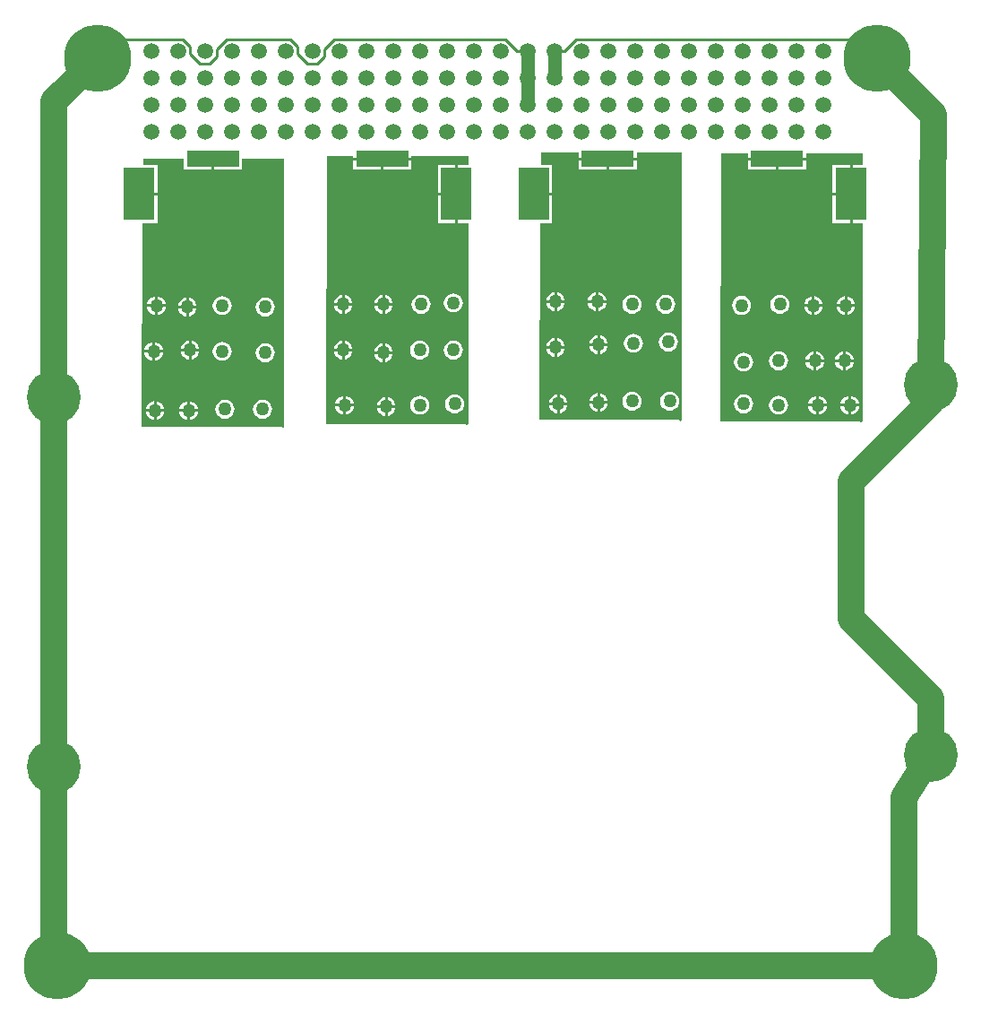
<source format=gtl>
%FSLAX44Y44*%
%MOMM*%
G71*
G01*
G75*
G04 Layer_Physical_Order=1*
G04 Layer_Color=255*
%ADD10R,5.0000X1.5000*%
%ADD11R,3.0000X5.0000*%
%ADD12C,0.2540*%
%ADD13C,1.2700*%
%ADD14C,2.5400*%
%ADD15C,6.3500*%
%ADD16C,5.0800*%
%ADD17C,1.5000*%
%ADD18C,1.2700*%
G36*
X430530Y807320D02*
X420650D01*
Y779780D01*
Y752240D01*
X430530D01*
Y562610D01*
X429260Y561340D01*
X427990Y562610D01*
X296810D01*
X295914Y563510D01*
X297180Y815340D01*
X321840D01*
Y814050D01*
X376920D01*
Y815340D01*
X430530D01*
Y807320D01*
D02*
G37*
G36*
X256540Y560070D02*
X255270Y558800D01*
X254000Y560070D01*
X122820D01*
X121924Y560970D01*
X122886Y752240D01*
X136920D01*
Y778510D01*
X119380D01*
Y781050D01*
X136920D01*
Y807320D01*
X124063D01*
X123167Y808220D01*
X123190Y812800D01*
X161840D01*
Y802740D01*
X188110D01*
Y812780D01*
X190650D01*
Y802740D01*
X216920D01*
Y812800D01*
X256540D01*
Y560070D01*
D02*
G37*
G36*
X803273Y807320D02*
X793750D01*
Y779780D01*
Y752240D01*
X803273D01*
Y565335D01*
X802003Y564065D01*
X800733Y565335D01*
X669553D01*
X668657Y566235D01*
X669923Y818065D01*
X694940D01*
Y814050D01*
X750020D01*
Y818065D01*
X803273D01*
Y807320D01*
D02*
G37*
G36*
X632460Y566420D02*
X631190Y565150D01*
X629920Y566420D01*
X498740D01*
X497845Y567320D01*
X498774Y752240D01*
X510020D01*
Y778510D01*
X492480D01*
Y781050D01*
X510020D01*
Y807320D01*
X499951D01*
X499055Y808220D01*
X499110Y819150D01*
X534940D01*
Y814050D01*
X590020D01*
Y819150D01*
X632460D01*
Y566420D01*
D02*
G37*
%LPC*%
G36*
X766990Y621030D02*
X759460D01*
Y613501D01*
X760511Y613639D01*
X762673Y614535D01*
X764530Y615960D01*
X765955Y617817D01*
X766851Y619979D01*
X766990Y621030D01*
D02*
G37*
G36*
X723900Y631267D02*
X721579Y630961D01*
X719417Y630065D01*
X717560Y628640D01*
X716135Y626783D01*
X715239Y624621D01*
X714933Y622300D01*
X715239Y619979D01*
X716135Y617817D01*
X717560Y615960D01*
X719417Y614535D01*
X721579Y613639D01*
X723900Y613333D01*
X726221Y613639D01*
X728383Y614535D01*
X730240Y615960D01*
X731665Y617817D01*
X732561Y619979D01*
X732867Y622300D01*
X732561Y624621D01*
X731665Y626783D01*
X730240Y628640D01*
X728383Y630065D01*
X726221Y630961D01*
X723900Y631267D01*
D02*
G37*
G36*
X756920Y621030D02*
X749390D01*
X749529Y619979D01*
X750425Y617817D01*
X751850Y615960D01*
X753707Y614535D01*
X755869Y613639D01*
X756920Y613501D01*
Y621030D01*
D02*
G37*
G36*
X784860D02*
X777330D01*
X777469Y619979D01*
X778365Y617817D01*
X779790Y615960D01*
X781647Y614535D01*
X783809Y613639D01*
X784860Y613501D01*
Y621030D01*
D02*
G37*
G36*
X349250Y628650D02*
X341721D01*
X341859Y627599D01*
X342755Y625437D01*
X344180Y623580D01*
X346037Y622155D01*
X348199Y621259D01*
X349250Y621120D01*
Y628650D01*
D02*
G37*
G36*
X359319D02*
X351790D01*
Y621120D01*
X352841Y621259D01*
X355003Y622155D01*
X356860Y623580D01*
X358285Y625437D01*
X359181Y627599D01*
X359319Y628650D01*
D02*
G37*
G36*
X794930Y621030D02*
X787400D01*
Y613501D01*
X788451Y613639D01*
X790613Y614535D01*
X792470Y615960D01*
X793895Y617817D01*
X794791Y619979D01*
X794930Y621030D01*
D02*
G37*
G36*
X238760Y638887D02*
X236439Y638581D01*
X234277Y637685D01*
X232420Y636260D01*
X230995Y634403D01*
X230099Y632241D01*
X229793Y629920D01*
X230099Y627599D01*
X230995Y625437D01*
X232420Y623580D01*
X234277Y622155D01*
X236439Y621259D01*
X238760Y620953D01*
X241081Y621259D01*
X243243Y622155D01*
X245100Y623580D01*
X246525Y625437D01*
X247421Y627599D01*
X247727Y629920D01*
X247421Y632241D01*
X246525Y634403D01*
X245100Y636260D01*
X243243Y637685D01*
X241081Y638581D01*
X238760Y638887D01*
D02*
G37*
G36*
X792480Y589189D02*
Y581660D01*
X800010D01*
X799871Y582711D01*
X798975Y584873D01*
X797550Y586730D01*
X795693Y588155D01*
X793531Y589051D01*
X792480Y589189D01*
D02*
G37*
G36*
X514350Y590460D02*
X513299Y590321D01*
X511137Y589425D01*
X509280Y588000D01*
X507855Y586143D01*
X506959Y583981D01*
X506820Y582930D01*
X514350D01*
Y590460D01*
D02*
G37*
G36*
X762000Y589189D02*
Y581660D01*
X769529D01*
X769391Y582711D01*
X768495Y584873D01*
X767070Y586730D01*
X765213Y588155D01*
X763051Y589051D01*
X762000Y589189D01*
D02*
G37*
G36*
X789940D02*
X788889Y589051D01*
X786727Y588155D01*
X784870Y586730D01*
X783445Y584873D01*
X782549Y582711D01*
X782411Y581660D01*
X789940D01*
Y589189D01*
D02*
G37*
G36*
X554990Y591730D02*
Y584200D01*
X562519D01*
X562381Y585251D01*
X561485Y587413D01*
X560060Y589270D01*
X558203Y590695D01*
X556041Y591591D01*
X554990Y591730D01*
D02*
G37*
G36*
X690880Y629997D02*
X688559Y629691D01*
X686397Y628795D01*
X684540Y627370D01*
X683115Y625513D01*
X682219Y623351D01*
X681913Y621030D01*
X682219Y618709D01*
X683115Y616547D01*
X684540Y614690D01*
X686397Y613265D01*
X688559Y612369D01*
X690880Y612063D01*
X693201Y612369D01*
X695363Y613265D01*
X697220Y614690D01*
X698645Y616547D01*
X699541Y618709D01*
X699847Y621030D01*
X699541Y623351D01*
X698645Y625513D01*
X697220Y627370D01*
X695363Y628795D01*
X693201Y629691D01*
X690880Y629997D01*
D02*
G37*
G36*
X516890Y590460D02*
Y582930D01*
X524420D01*
X524281Y583981D01*
X523385Y586143D01*
X521960Y588000D01*
X520103Y589425D01*
X517941Y590321D01*
X516890Y590460D01*
D02*
G37*
G36*
X552450Y591730D02*
X551399Y591591D01*
X549237Y590695D01*
X547380Y589270D01*
X545955Y587413D01*
X545059Y585251D01*
X544921Y584200D01*
X552450D01*
Y591730D01*
D02*
G37*
G36*
X176439Y631190D02*
X168910D01*
Y623661D01*
X169961Y623799D01*
X172123Y624695D01*
X173980Y626120D01*
X175405Y627977D01*
X176301Y630139D01*
X176439Y631190D01*
D02*
G37*
G36*
X311150D02*
X303620D01*
X303759Y630139D01*
X304655Y627977D01*
X306080Y626120D01*
X307937Y624695D01*
X310099Y623799D01*
X311150Y623661D01*
Y631190D01*
D02*
G37*
G36*
X787400Y631100D02*
Y623570D01*
X794930D01*
X794791Y624621D01*
X793895Y626783D01*
X792470Y628640D01*
X790613Y630065D01*
X788451Y630961D01*
X787400Y631100D01*
D02*
G37*
G36*
X166370Y631190D02*
X158841D01*
X158979Y630139D01*
X159875Y627977D01*
X161300Y626120D01*
X163157Y624695D01*
X165319Y623799D01*
X166370Y623661D01*
Y631190D01*
D02*
G37*
G36*
X521880Y633730D02*
X514350D01*
Y626200D01*
X515401Y626339D01*
X517563Y627235D01*
X519420Y628660D01*
X520845Y630517D01*
X521741Y632679D01*
X521880Y633730D01*
D02*
G37*
G36*
X552450Y636270D02*
X544921D01*
X545059Y635219D01*
X545955Y633057D01*
X547380Y631200D01*
X549237Y629775D01*
X551399Y628879D01*
X552450Y628741D01*
Y636270D01*
D02*
G37*
G36*
X321219Y631190D02*
X313690D01*
Y623661D01*
X314741Y623799D01*
X316903Y624695D01*
X318760Y626120D01*
X320185Y627977D01*
X321081Y630139D01*
X321219Y631190D01*
D02*
G37*
G36*
X511810Y633730D02*
X504281D01*
X504419Y632679D01*
X505315Y630517D01*
X506740Y628660D01*
X508597Y627235D01*
X510759Y626339D01*
X511810Y626200D01*
Y633730D01*
D02*
G37*
G36*
X142149Y629920D02*
X134620D01*
Y622391D01*
X135671Y622529D01*
X137833Y623425D01*
X139690Y624850D01*
X141115Y626707D01*
X142011Y628869D01*
X142149Y629920D01*
D02*
G37*
G36*
X384810Y641427D02*
X382489Y641121D01*
X380327Y640225D01*
X378470Y638800D01*
X377045Y636943D01*
X376149Y634781D01*
X375843Y632460D01*
X376149Y630139D01*
X377045Y627977D01*
X378470Y626120D01*
X380327Y624695D01*
X382489Y623799D01*
X384810Y623493D01*
X387131Y623799D01*
X389293Y624695D01*
X391150Y626120D01*
X392575Y627977D01*
X393471Y630139D01*
X393777Y632460D01*
X393471Y634781D01*
X392575Y636943D01*
X391150Y638800D01*
X389293Y640225D01*
X387131Y641121D01*
X384810Y641427D01*
D02*
G37*
G36*
X198120Y640157D02*
X195799Y639851D01*
X193637Y638955D01*
X191780Y637530D01*
X190355Y635673D01*
X189459Y633511D01*
X189153Y631190D01*
X189459Y628869D01*
X190355Y626707D01*
X191780Y624850D01*
X193637Y623425D01*
X195799Y622529D01*
X198120Y622223D01*
X200441Y622529D01*
X202603Y623425D01*
X204460Y624850D01*
X205885Y626707D01*
X206781Y628869D01*
X207087Y631190D01*
X206781Y633511D01*
X205885Y635673D01*
X204460Y637530D01*
X202603Y638955D01*
X200441Y639851D01*
X198120Y640157D01*
D02*
G37*
G36*
X132080Y629920D02*
X124551D01*
X124689Y628869D01*
X125585Y626707D01*
X127010Y624850D01*
X128867Y623425D01*
X131029Y622529D01*
X132080Y622391D01*
Y629920D01*
D02*
G37*
G36*
X759460Y631100D02*
Y623570D01*
X766990D01*
X766851Y624621D01*
X765955Y626783D01*
X764530Y628640D01*
X762673Y630065D01*
X760511Y630961D01*
X759460Y631100D01*
D02*
G37*
G36*
X784860D02*
X783809Y630961D01*
X781647Y630065D01*
X779790Y628640D01*
X778365Y626783D01*
X777469Y624621D01*
X777330Y623570D01*
X784860D01*
Y631100D01*
D02*
G37*
G36*
X416560Y641427D02*
X414239Y641121D01*
X412077Y640225D01*
X410220Y638800D01*
X408795Y636943D01*
X407899Y634781D01*
X407593Y632460D01*
X407899Y630139D01*
X408795Y627977D01*
X410220Y626120D01*
X412077Y624695D01*
X414239Y623799D01*
X416560Y623493D01*
X418881Y623799D01*
X421043Y624695D01*
X422900Y626120D01*
X424325Y627977D01*
X425221Y630139D01*
X425527Y632460D01*
X425221Y634781D01*
X424325Y636943D01*
X422900Y638800D01*
X421043Y640225D01*
X418881Y641121D01*
X416560Y641427D01*
D02*
G37*
G36*
X756920Y631100D02*
X755869Y630961D01*
X753707Y630065D01*
X751850Y628640D01*
X750425Y626783D01*
X749529Y624621D01*
X749390Y623570D01*
X756920D01*
Y631100D01*
D02*
G37*
G36*
X759460Y589189D02*
X758409Y589051D01*
X756247Y588155D01*
X754390Y586730D01*
X752965Y584873D01*
X752069Y582711D01*
X751930Y581660D01*
X759460D01*
Y589189D01*
D02*
G37*
G36*
X312420Y579120D02*
X304890D01*
X305029Y578069D01*
X305925Y575907D01*
X307350Y574050D01*
X309207Y572625D01*
X311369Y571729D01*
X312420Y571590D01*
Y579120D01*
D02*
G37*
G36*
X322490D02*
X314960D01*
Y571590D01*
X316011Y571729D01*
X318173Y572625D01*
X320030Y574050D01*
X321455Y575907D01*
X322351Y578069D01*
X322490Y579120D01*
D02*
G37*
G36*
X384810Y589357D02*
X382489Y589051D01*
X380327Y588155D01*
X378470Y586730D01*
X377045Y584873D01*
X376149Y582711D01*
X375843Y580390D01*
X376149Y578069D01*
X377045Y575907D01*
X378470Y574050D01*
X380327Y572625D01*
X382489Y571729D01*
X384810Y571423D01*
X387131Y571729D01*
X389293Y572625D01*
X391150Y574050D01*
X392575Y575907D01*
X393471Y578069D01*
X393777Y580390D01*
X393471Y582711D01*
X392575Y584873D01*
X391150Y586730D01*
X389293Y588155D01*
X387131Y589051D01*
X384810Y589357D01*
D02*
G37*
G36*
X723900D02*
X721579Y589051D01*
X719417Y588155D01*
X717560Y586730D01*
X716135Y584873D01*
X715239Y582711D01*
X714933Y580390D01*
X715239Y578069D01*
X716135Y575907D01*
X717560Y574050D01*
X719417Y572625D01*
X721579Y571729D01*
X723900Y571423D01*
X726221Y571729D01*
X728383Y572625D01*
X730240Y574050D01*
X731665Y575907D01*
X732561Y578069D01*
X732867Y580390D01*
X732561Y582711D01*
X731665Y584873D01*
X730240Y586730D01*
X728383Y588155D01*
X726221Y589051D01*
X723900Y589357D01*
D02*
G37*
G36*
X789940Y579120D02*
X782411D01*
X782549Y578069D01*
X783445Y575907D01*
X784870Y574050D01*
X786727Y572625D01*
X788889Y571729D01*
X789940Y571590D01*
Y579120D01*
D02*
G37*
G36*
X800010D02*
X792480D01*
Y571590D01*
X793531Y571729D01*
X795693Y572625D01*
X797550Y574050D01*
X798975Y575907D01*
X799871Y578069D01*
X800010Y579120D01*
D02*
G37*
G36*
X759460D02*
X751930D01*
X752069Y578069D01*
X752965Y575907D01*
X754390Y574050D01*
X756247Y572625D01*
X758409Y571729D01*
X759460Y571590D01*
Y579120D01*
D02*
G37*
G36*
X769529D02*
X762000D01*
Y571590D01*
X763051Y571729D01*
X765213Y572625D01*
X767070Y574050D01*
X768495Y575907D01*
X769391Y578069D01*
X769529Y579120D01*
D02*
G37*
G36*
X165100Y574040D02*
X157570D01*
X157709Y572989D01*
X158605Y570827D01*
X160030Y568970D01*
X161887Y567545D01*
X164049Y566649D01*
X165100Y566511D01*
Y574040D01*
D02*
G37*
G36*
X175170D02*
X167640D01*
Y566511D01*
X168691Y566649D01*
X170853Y567545D01*
X172710Y568970D01*
X174135Y570827D01*
X175031Y572989D01*
X175170Y574040D01*
D02*
G37*
G36*
X133350D02*
X125821D01*
X125959Y572989D01*
X126855Y570827D01*
X128280Y568970D01*
X130137Y567545D01*
X132299Y566649D01*
X133350Y566511D01*
Y574040D01*
D02*
G37*
G36*
X143420D02*
X135890D01*
Y566511D01*
X136941Y566649D01*
X139103Y567545D01*
X140960Y568970D01*
X142385Y570827D01*
X143281Y572989D01*
X143420Y574040D01*
D02*
G37*
G36*
X351790Y577850D02*
X344260D01*
X344399Y576799D01*
X345295Y574637D01*
X346720Y572780D01*
X348577Y571355D01*
X350739Y570459D01*
X351790Y570321D01*
Y577850D01*
D02*
G37*
G36*
X361860D02*
X354330D01*
Y570321D01*
X355381Y570459D01*
X357543Y571355D01*
X359400Y572780D01*
X360825Y574637D01*
X361721Y576799D01*
X361860Y577850D01*
D02*
G37*
G36*
X200660Y585547D02*
X198339Y585241D01*
X196177Y584345D01*
X194320Y582920D01*
X192895Y581063D01*
X191999Y578901D01*
X191693Y576580D01*
X191999Y574259D01*
X192895Y572097D01*
X194320Y570240D01*
X196177Y568815D01*
X198339Y567919D01*
X200660Y567613D01*
X202981Y567919D01*
X205143Y568815D01*
X207000Y570240D01*
X208425Y572097D01*
X209321Y574259D01*
X209627Y576580D01*
X209321Y578901D01*
X208425Y581063D01*
X207000Y582920D01*
X205143Y584345D01*
X202981Y585241D01*
X200660Y585547D01*
D02*
G37*
G36*
X236220D02*
X233899Y585241D01*
X231737Y584345D01*
X229880Y582920D01*
X228455Y581063D01*
X227559Y578901D01*
X227253Y576580D01*
X227559Y574259D01*
X228455Y572097D01*
X229880Y570240D01*
X231737Y568815D01*
X233899Y567919D01*
X236220Y567613D01*
X238541Y567919D01*
X240703Y568815D01*
X242560Y570240D01*
X243985Y572097D01*
X244881Y574259D01*
X245187Y576580D01*
X244881Y578901D01*
X243985Y581063D01*
X242560Y582920D01*
X240703Y584345D01*
X238541Y585241D01*
X236220Y585547D01*
D02*
G37*
G36*
X165100Y584109D02*
X164049Y583971D01*
X161887Y583075D01*
X160030Y581650D01*
X158605Y579793D01*
X157709Y577631D01*
X157570Y576580D01*
X165100D01*
Y584109D01*
D02*
G37*
G36*
X167640D02*
Y576580D01*
X175170D01*
X175031Y577631D01*
X174135Y579793D01*
X172710Y581650D01*
X170853Y583075D01*
X168691Y583971D01*
X167640Y584109D01*
D02*
G37*
G36*
X133350D02*
X132299Y583971D01*
X130137Y583075D01*
X128280Y581650D01*
X126855Y579793D01*
X125959Y577631D01*
X125821Y576580D01*
X133350D01*
Y584109D01*
D02*
G37*
G36*
X135890D02*
Y576580D01*
X143420D01*
X143281Y577631D01*
X142385Y579793D01*
X140960Y581650D01*
X139103Y583075D01*
X136941Y583971D01*
X135890Y584109D01*
D02*
G37*
G36*
X312420Y589189D02*
X311369Y589051D01*
X309207Y588155D01*
X307350Y586730D01*
X305925Y584873D01*
X305029Y582711D01*
X304890Y581660D01*
X312420D01*
Y589189D01*
D02*
G37*
G36*
X314960D02*
Y581660D01*
X322490D01*
X322351Y582711D01*
X321455Y584873D01*
X320030Y586730D01*
X318173Y588155D01*
X316011Y589051D01*
X314960Y589189D01*
D02*
G37*
G36*
X351790Y587920D02*
X350739Y587781D01*
X348577Y586885D01*
X346720Y585460D01*
X345295Y583603D01*
X344399Y581441D01*
X344260Y580390D01*
X351790D01*
Y587920D01*
D02*
G37*
G36*
X354330D02*
Y580390D01*
X361860D01*
X361721Y581441D01*
X360825Y583603D01*
X359400Y585460D01*
X357543Y586885D01*
X355381Y587781D01*
X354330Y587920D01*
D02*
G37*
G36*
X514350Y580390D02*
X506820D01*
X506959Y579339D01*
X507855Y577177D01*
X509280Y575320D01*
X511137Y573895D01*
X513299Y572999D01*
X514350Y572860D01*
Y580390D01*
D02*
G37*
G36*
X524420D02*
X516890D01*
Y572860D01*
X517941Y572999D01*
X520103Y573895D01*
X521960Y575320D01*
X523385Y577177D01*
X524281Y579339D01*
X524420Y580390D01*
D02*
G37*
G36*
X417830Y590627D02*
X415509Y590321D01*
X413347Y589425D01*
X411490Y588000D01*
X410065Y586143D01*
X409169Y583981D01*
X408863Y581660D01*
X409169Y579339D01*
X410065Y577177D01*
X411490Y575320D01*
X413347Y573895D01*
X415509Y572999D01*
X417830Y572693D01*
X420151Y572999D01*
X422313Y573895D01*
X424170Y575320D01*
X425595Y577177D01*
X426491Y579339D01*
X426797Y581660D01*
X426491Y583981D01*
X425595Y586143D01*
X424170Y588000D01*
X422313Y589425D01*
X420151Y590321D01*
X417830Y590627D01*
D02*
G37*
G36*
X690880D02*
X688559Y590321D01*
X686397Y589425D01*
X684540Y588000D01*
X683115Y586143D01*
X682219Y583981D01*
X681913Y581660D01*
X682219Y579339D01*
X683115Y577177D01*
X684540Y575320D01*
X686397Y573895D01*
X688559Y572999D01*
X690880Y572693D01*
X693201Y572999D01*
X695363Y573895D01*
X697220Y575320D01*
X698645Y577177D01*
X699541Y579339D01*
X699847Y581660D01*
X699541Y583981D01*
X698645Y586143D01*
X697220Y588000D01*
X695363Y589425D01*
X693201Y590321D01*
X690880Y590627D01*
D02*
G37*
G36*
X585470Y593167D02*
X583149Y592861D01*
X580987Y591965D01*
X579130Y590540D01*
X577705Y588683D01*
X576809Y586521D01*
X576503Y584200D01*
X576809Y581879D01*
X577705Y579717D01*
X579130Y577860D01*
X580987Y576435D01*
X583149Y575539D01*
X585470Y575233D01*
X587791Y575539D01*
X589953Y576435D01*
X591810Y577860D01*
X593235Y579717D01*
X594131Y581879D01*
X594437Y584200D01*
X594131Y586521D01*
X593235Y588683D01*
X591810Y590540D01*
X589953Y591965D01*
X587791Y592861D01*
X585470Y593167D01*
D02*
G37*
G36*
X621030D02*
X618709Y592861D01*
X616547Y591965D01*
X614690Y590540D01*
X613265Y588683D01*
X612369Y586521D01*
X612063Y584200D01*
X612369Y581879D01*
X613265Y579717D01*
X614690Y577860D01*
X616547Y576435D01*
X618709Y575539D01*
X621030Y575233D01*
X623351Y575539D01*
X625513Y576435D01*
X627370Y577860D01*
X628795Y579717D01*
X629691Y581879D01*
X629997Y584200D01*
X629691Y586521D01*
X628795Y588683D01*
X627370Y590540D01*
X625513Y591965D01*
X623351Y592861D01*
X621030Y593167D01*
D02*
G37*
G36*
X552450Y581660D02*
X544921D01*
X545059Y580609D01*
X545955Y578447D01*
X547380Y576590D01*
X549237Y575165D01*
X551399Y574269D01*
X552450Y574131D01*
Y581660D01*
D02*
G37*
G36*
X562519D02*
X554990D01*
Y574131D01*
X556041Y574269D01*
X558203Y575165D01*
X560060Y576590D01*
X561485Y578447D01*
X562381Y580609D01*
X562519Y581660D01*
D02*
G37*
G36*
X755559Y683169D02*
X754509Y683031D01*
X752346Y682135D01*
X750489Y680710D01*
X749064Y678853D01*
X748168Y676691D01*
X748030Y675640D01*
X755559D01*
Y683169D01*
D02*
G37*
G36*
X758100D02*
Y675640D01*
X765629D01*
X765491Y676691D01*
X764595Y678853D01*
X763170Y680710D01*
X761313Y682135D01*
X759150Y683031D01*
X758100Y683169D01*
D02*
G37*
G36*
X134620D02*
X133569Y683031D01*
X131407Y682135D01*
X129550Y680710D01*
X128125Y678853D01*
X127229Y676691D01*
X127091Y675640D01*
X134620D01*
Y683169D01*
D02*
G37*
G36*
X137160D02*
Y675640D01*
X144690D01*
X144551Y676691D01*
X143655Y678853D01*
X142230Y680710D01*
X140373Y682135D01*
X138211Y683031D01*
X137160Y683169D01*
D02*
G37*
G36*
X311150Y684439D02*
X310099Y684301D01*
X307937Y683405D01*
X306080Y681980D01*
X304655Y680123D01*
X303759Y677961D01*
X303620Y676910D01*
X311150D01*
Y684439D01*
D02*
G37*
G36*
X313690D02*
Y676910D01*
X321219D01*
X321081Y677961D01*
X320185Y680123D01*
X318760Y681980D01*
X316903Y683405D01*
X314741Y684301D01*
X313690Y684439D01*
D02*
G37*
G36*
X786130Y683169D02*
X785079Y683031D01*
X782917Y682135D01*
X781060Y680710D01*
X779635Y678853D01*
X778739Y676691D01*
X778600Y675640D01*
X786130D01*
Y683169D01*
D02*
G37*
G36*
X788670D02*
Y675640D01*
X796199D01*
X796061Y676691D01*
X795165Y678853D01*
X793740Y680710D01*
X791883Y682135D01*
X789721Y683031D01*
X788670Y683169D01*
D02*
G37*
G36*
X511810Y676910D02*
X504281D01*
X504419Y675859D01*
X505315Y673697D01*
X506740Y671840D01*
X508597Y670415D01*
X510759Y669519D01*
X511810Y669380D01*
Y676910D01*
D02*
G37*
G36*
X521880D02*
X514350D01*
Y669380D01*
X515401Y669519D01*
X517563Y670415D01*
X519420Y671840D01*
X520845Y673697D01*
X521741Y675859D01*
X521880Y676910D01*
D02*
G37*
G36*
X359319Y674370D02*
X351790D01*
Y666841D01*
X352841Y666979D01*
X355003Y667875D01*
X356860Y669300D01*
X358285Y671157D01*
X359181Y673319D01*
X359319Y674370D01*
D02*
G37*
G36*
X416560Y685877D02*
X414239Y685571D01*
X412077Y684675D01*
X410220Y683250D01*
X408795Y681393D01*
X407899Y679231D01*
X407593Y676910D01*
X407899Y674589D01*
X408795Y672427D01*
X410220Y670570D01*
X412077Y669145D01*
X414239Y668249D01*
X416560Y667943D01*
X418881Y668249D01*
X421043Y669145D01*
X422900Y670570D01*
X424325Y672427D01*
X425221Y674589D01*
X425527Y676910D01*
X425221Y679231D01*
X424325Y681393D01*
X422900Y683250D01*
X421043Y684675D01*
X418881Y685571D01*
X416560Y685877D01*
D02*
G37*
G36*
X163830Y681899D02*
X162779Y681761D01*
X160617Y680865D01*
X158760Y679440D01*
X157335Y677583D01*
X156439Y675421D01*
X156300Y674370D01*
X163830D01*
Y681899D01*
D02*
G37*
G36*
X166370D02*
Y674370D01*
X173899D01*
X173761Y675421D01*
X172865Y677583D01*
X171440Y679440D01*
X169583Y680865D01*
X167421Y681761D01*
X166370Y681899D01*
D02*
G37*
G36*
X551180Y676910D02*
X543651D01*
X543789Y675859D01*
X544685Y673697D01*
X546110Y671840D01*
X547967Y670415D01*
X550129Y669519D01*
X551180Y669380D01*
Y676910D01*
D02*
G37*
G36*
X561250D02*
X553720D01*
Y669380D01*
X554771Y669519D01*
X556933Y670415D01*
X558790Y671840D01*
X560215Y673697D01*
X561111Y675859D01*
X561250Y676910D01*
D02*
G37*
G36*
X348110Y811510D02*
X321840D01*
Y802740D01*
X348110D01*
Y811510D01*
D02*
G37*
G36*
X376920D02*
X350650D01*
Y802740D01*
X376920D01*
Y811510D01*
D02*
G37*
G36*
X418110Y807320D02*
X401840D01*
Y781050D01*
X418110D01*
Y807320D01*
D02*
G37*
G36*
X791210D02*
X774940D01*
Y781050D01*
X791210D01*
Y807320D01*
D02*
G37*
G36*
X721210Y811510D02*
X694940D01*
Y802740D01*
X721210D01*
Y811510D01*
D02*
G37*
G36*
X750020D02*
X723750D01*
Y802740D01*
X750020D01*
Y811510D01*
D02*
G37*
G36*
X561210D02*
X534940D01*
Y802740D01*
X561210D01*
Y811510D01*
D02*
G37*
G36*
X590020D02*
X563750D01*
Y802740D01*
X590020D01*
Y811510D01*
D02*
G37*
G36*
X511810Y686980D02*
X510759Y686841D01*
X508597Y685945D01*
X506740Y684520D01*
X505315Y682663D01*
X504419Y680501D01*
X504281Y679450D01*
X511810D01*
Y686980D01*
D02*
G37*
G36*
X514350D02*
Y679450D01*
X521880D01*
X521741Y680501D01*
X520845Y682663D01*
X519420Y684520D01*
X517563Y685945D01*
X515401Y686841D01*
X514350Y686980D01*
D02*
G37*
G36*
X349250Y684439D02*
X348199Y684301D01*
X346037Y683405D01*
X344180Y681980D01*
X342755Y680123D01*
X341859Y677961D01*
X341721Y676910D01*
X349250D01*
Y684439D01*
D02*
G37*
G36*
X351790D02*
Y676910D01*
X359319D01*
X359181Y677961D01*
X358285Y680123D01*
X356860Y681980D01*
X355003Y683405D01*
X352841Y684301D01*
X351790Y684439D01*
D02*
G37*
G36*
X418110Y778510D02*
X401840D01*
Y752240D01*
X418110D01*
Y778510D01*
D02*
G37*
G36*
X791210D02*
X774940D01*
Y752240D01*
X791210D01*
Y778510D01*
D02*
G37*
G36*
X551180Y686980D02*
X550129Y686841D01*
X547967Y685945D01*
X546110Y684520D01*
X544685Y682663D01*
X543789Y680501D01*
X543651Y679450D01*
X551180D01*
Y686980D01*
D02*
G37*
G36*
X553720D02*
Y679450D01*
X561250D01*
X561111Y680501D01*
X560215Y682663D01*
X558790Y684520D01*
X556933Y685945D01*
X554771Y686841D01*
X553720Y686980D01*
D02*
G37*
G36*
X349250Y674370D02*
X341721D01*
X341859Y673319D01*
X342755Y671157D01*
X344180Y669300D01*
X346037Y667875D01*
X348199Y666979D01*
X349250Y666841D01*
Y674370D01*
D02*
G37*
G36*
X313690Y641260D02*
Y633730D01*
X321219D01*
X321081Y634781D01*
X320185Y636943D01*
X318760Y638800D01*
X316903Y640225D01*
X314741Y641121D01*
X313690Y641260D01*
D02*
G37*
G36*
X511810Y643800D02*
X510759Y643661D01*
X508597Y642765D01*
X506740Y641340D01*
X505315Y639483D01*
X504419Y637321D01*
X504281Y636270D01*
X511810D01*
Y643800D01*
D02*
G37*
G36*
X168910Y641260D02*
Y633730D01*
X176439D01*
X176301Y634781D01*
X175405Y636943D01*
X173980Y638800D01*
X172123Y640225D01*
X169961Y641121D01*
X168910Y641260D01*
D02*
G37*
G36*
X311150D02*
X310099Y641121D01*
X307937Y640225D01*
X306080Y638800D01*
X304655Y636943D01*
X303759Y634781D01*
X303620Y633730D01*
X311150D01*
Y641260D01*
D02*
G37*
G36*
X554990Y646339D02*
Y638810D01*
X562519D01*
X562381Y639861D01*
X561485Y642023D01*
X560060Y643880D01*
X558203Y645305D01*
X556041Y646201D01*
X554990Y646339D01*
D02*
G37*
G36*
X238760Y682067D02*
X236439Y681761D01*
X234277Y680865D01*
X232420Y679440D01*
X230995Y677583D01*
X230099Y675421D01*
X229793Y673100D01*
X230099Y670779D01*
X230995Y668617D01*
X232420Y666760D01*
X234277Y665335D01*
X236439Y664439D01*
X238760Y664133D01*
X241081Y664439D01*
X243243Y665335D01*
X245100Y666760D01*
X246525Y668617D01*
X247421Y670779D01*
X247727Y673100D01*
X247421Y675421D01*
X246525Y677583D01*
X245100Y679440D01*
X243243Y680865D01*
X241081Y681761D01*
X238760Y682067D01*
D02*
G37*
G36*
X514350Y643800D02*
Y636270D01*
X521880D01*
X521741Y637321D01*
X520845Y639483D01*
X519420Y641340D01*
X517563Y642765D01*
X515401Y643661D01*
X514350Y643800D01*
D02*
G37*
G36*
X552450Y646339D02*
X551399Y646201D01*
X549237Y645305D01*
X547380Y643880D01*
X545955Y642023D01*
X545059Y639861D01*
X544921Y638810D01*
X552450D01*
Y646339D01*
D02*
G37*
G36*
X619760Y649047D02*
X617439Y648741D01*
X615277Y647845D01*
X613420Y646420D01*
X611995Y644563D01*
X611099Y642401D01*
X610793Y640080D01*
X611099Y637759D01*
X611995Y635597D01*
X613420Y633740D01*
X615277Y632315D01*
X617439Y631419D01*
X619760Y631113D01*
X622081Y631419D01*
X624243Y632315D01*
X626100Y633740D01*
X627525Y635597D01*
X628421Y637759D01*
X628727Y640080D01*
X628421Y642401D01*
X627525Y644563D01*
X626100Y646420D01*
X624243Y647845D01*
X622081Y648741D01*
X619760Y649047D01*
D02*
G37*
G36*
X349250Y638719D02*
X348199Y638581D01*
X346037Y637685D01*
X344180Y636260D01*
X342755Y634403D01*
X341859Y632241D01*
X341721Y631190D01*
X349250D01*
Y638719D01*
D02*
G37*
G36*
X562519Y636270D02*
X554990D01*
Y628741D01*
X556041Y628879D01*
X558203Y629775D01*
X560060Y631200D01*
X561485Y633057D01*
X562381Y635219D01*
X562519Y636270D01*
D02*
G37*
G36*
X586740Y647777D02*
X584419Y647471D01*
X582257Y646575D01*
X580400Y645150D01*
X578975Y643293D01*
X578079Y641131D01*
X577773Y638810D01*
X578079Y636489D01*
X578975Y634327D01*
X580400Y632470D01*
X582257Y631045D01*
X584419Y630149D01*
X586740Y629843D01*
X589061Y630149D01*
X591223Y631045D01*
X593080Y632470D01*
X594505Y634327D01*
X595401Y636489D01*
X595707Y638810D01*
X595401Y641131D01*
X594505Y643293D01*
X593080Y645150D01*
X591223Y646575D01*
X589061Y647471D01*
X586740Y647777D01*
D02*
G37*
G36*
X134620Y639990D02*
Y632460D01*
X142149D01*
X142011Y633511D01*
X141115Y635673D01*
X139690Y637530D01*
X137833Y638955D01*
X135671Y639851D01*
X134620Y639990D01*
D02*
G37*
G36*
X166370Y641260D02*
X165319Y641121D01*
X163157Y640225D01*
X161300Y638800D01*
X159875Y636943D01*
X158979Y634781D01*
X158841Y633730D01*
X166370D01*
Y641260D01*
D02*
G37*
G36*
X351790Y638719D02*
Y631190D01*
X359319D01*
X359181Y632241D01*
X358285Y634403D01*
X356860Y636260D01*
X355003Y637685D01*
X352841Y638581D01*
X351790Y638719D01*
D02*
G37*
G36*
X132080Y639990D02*
X131029Y639851D01*
X128867Y638955D01*
X127010Y637530D01*
X125585Y635673D01*
X124689Y633511D01*
X124551Y632460D01*
X132080D01*
Y639990D01*
D02*
G37*
G36*
X386080Y684607D02*
X383759Y684301D01*
X381597Y683405D01*
X379740Y681980D01*
X378315Y680123D01*
X377419Y677961D01*
X377113Y675640D01*
X377419Y673319D01*
X378315Y671157D01*
X379740Y669300D01*
X381597Y667875D01*
X383759Y666979D01*
X386080Y666673D01*
X388401Y666979D01*
X390563Y667875D01*
X392420Y669300D01*
X393845Y671157D01*
X394741Y673319D01*
X395047Y675640D01*
X394741Y677961D01*
X393845Y680123D01*
X392420Y681980D01*
X390563Y683405D01*
X388401Y684301D01*
X386080Y684607D01*
D02*
G37*
G36*
X585470D02*
X583149Y684301D01*
X580987Y683405D01*
X579130Y681980D01*
X577705Y680123D01*
X576809Y677961D01*
X576503Y675640D01*
X576809Y673319D01*
X577705Y671157D01*
X579130Y669300D01*
X580987Y667875D01*
X583149Y666979D01*
X585470Y666673D01*
X587791Y666979D01*
X589953Y667875D01*
X591810Y669300D01*
X593235Y671157D01*
X594131Y673319D01*
X594437Y675640D01*
X594131Y677961D01*
X593235Y680123D01*
X591810Y681980D01*
X589953Y683405D01*
X587791Y684301D01*
X585470Y684607D01*
D02*
G37*
G36*
X786130Y673100D02*
X778600D01*
X778739Y672049D01*
X779635Y669887D01*
X781060Y668030D01*
X782917Y666605D01*
X785079Y665709D01*
X786130Y665571D01*
Y673100D01*
D02*
G37*
G36*
X796199D02*
X788670D01*
Y665571D01*
X789721Y665709D01*
X791883Y666605D01*
X793740Y668030D01*
X795165Y669887D01*
X796061Y672049D01*
X796199Y673100D01*
D02*
G37*
G36*
X311150Y674370D02*
X303620D01*
X303759Y673319D01*
X304655Y671157D01*
X306080Y669300D01*
X307937Y667875D01*
X310099Y666979D01*
X311150Y666841D01*
Y674370D01*
D02*
G37*
G36*
X321219D02*
X313690D01*
Y666841D01*
X314741Y666979D01*
X316903Y667875D01*
X318760Y669300D01*
X320185Y671157D01*
X321081Y673319D01*
X321219Y674370D01*
D02*
G37*
G36*
X617220Y684607D02*
X614899Y684301D01*
X612737Y683405D01*
X610880Y681980D01*
X609455Y680123D01*
X608559Y677961D01*
X608253Y675640D01*
X608559Y673319D01*
X609455Y671157D01*
X610880Y669300D01*
X612737Y667875D01*
X614899Y666979D01*
X617220Y666673D01*
X619541Y666979D01*
X621703Y667875D01*
X623560Y669300D01*
X624985Y671157D01*
X625881Y673319D01*
X626187Y675640D01*
X625881Y677961D01*
X624985Y680123D01*
X623560Y681980D01*
X621703Y683405D01*
X619541Y684301D01*
X617220Y684607D01*
D02*
G37*
G36*
X725170D02*
X722849Y684301D01*
X720687Y683405D01*
X718830Y681980D01*
X717405Y680123D01*
X716509Y677961D01*
X716203Y675640D01*
X716509Y673319D01*
X717405Y671157D01*
X718830Y669300D01*
X720687Y667875D01*
X722849Y666979D01*
X725170Y666673D01*
X727491Y666979D01*
X729653Y667875D01*
X731510Y669300D01*
X732935Y671157D01*
X733831Y673319D01*
X734137Y675640D01*
X733831Y677961D01*
X732935Y680123D01*
X731510Y681980D01*
X729653Y683405D01*
X727491Y684301D01*
X725170Y684607D01*
D02*
G37*
G36*
X198120Y683337D02*
X195799Y683031D01*
X193637Y682135D01*
X191780Y680710D01*
X190355Y678853D01*
X189459Y676691D01*
X189153Y674370D01*
X189459Y672049D01*
X190355Y669887D01*
X191780Y668030D01*
X193637Y666605D01*
X195799Y665709D01*
X198120Y665403D01*
X200441Y665709D01*
X202603Y666605D01*
X204460Y668030D01*
X205885Y669887D01*
X206781Y672049D01*
X207087Y674370D01*
X206781Y676691D01*
X205885Y678853D01*
X204460Y680710D01*
X202603Y682135D01*
X200441Y683031D01*
X198120Y683337D01*
D02*
G37*
G36*
X688937Y683482D02*
X686616Y683177D01*
X684453Y682281D01*
X682596Y680856D01*
X681171Y678999D01*
X680275Y676836D01*
X679970Y674515D01*
X680275Y672195D01*
X681171Y670032D01*
X682596Y668175D01*
X684453Y666750D01*
X686616Y665854D01*
X688937Y665549D01*
X691257Y665854D01*
X693420Y666750D01*
X695277Y668175D01*
X696702Y670032D01*
X697598Y672195D01*
X697903Y674515D01*
X697598Y676836D01*
X696702Y678999D01*
X695277Y680856D01*
X693420Y682281D01*
X691257Y683177D01*
X688937Y683482D01*
D02*
G37*
G36*
X163830Y671830D02*
X156300D01*
X156439Y670779D01*
X157335Y668617D01*
X158760Y666760D01*
X160617Y665335D01*
X162779Y664439D01*
X163830Y664301D01*
Y671830D01*
D02*
G37*
G36*
X173899D02*
X166370D01*
Y664301D01*
X167421Y664439D01*
X169583Y665335D01*
X171440Y666760D01*
X172865Y668617D01*
X173761Y670779D01*
X173899Y671830D01*
D02*
G37*
G36*
X755559Y673100D02*
X748030D01*
X748168Y672049D01*
X749064Y669887D01*
X750489Y668030D01*
X752346Y666605D01*
X754509Y665709D01*
X755559Y665571D01*
Y673100D01*
D02*
G37*
G36*
X765629D02*
X758100D01*
Y665571D01*
X759150Y665709D01*
X761313Y666605D01*
X763170Y668030D01*
X764595Y669887D01*
X765491Y672049D01*
X765629Y673100D01*
D02*
G37*
G36*
X134620D02*
X127091D01*
X127229Y672049D01*
X128125Y669887D01*
X129550Y668030D01*
X131407Y666605D01*
X133569Y665709D01*
X134620Y665571D01*
Y673100D01*
D02*
G37*
G36*
X144690D02*
X137160D01*
Y665571D01*
X138211Y665709D01*
X140373Y666605D01*
X142230Y668030D01*
X143655Y669887D01*
X144551Y672049D01*
X144690Y673100D01*
D02*
G37*
%LPD*%
D10*
X349380Y812780D02*
D03*
X189380D02*
D03*
X722480D02*
D03*
X562480D02*
D03*
D11*
X419380Y779780D02*
D03*
X119380D02*
D03*
X792480D02*
D03*
X492480D02*
D03*
D12*
X532525Y925710D02*
X798950D01*
X521215Y914400D02*
X532525Y925710D01*
X798950D02*
X816610Y908050D01*
X80010D02*
X97670Y925710D01*
X160895D01*
X167520Y912495D02*
Y919085D01*
Y912495D02*
X176925Y903090D01*
X192920Y909715D02*
Y916305D01*
X202325Y925710D01*
X269120Y912495D02*
Y919085D01*
Y912495D02*
X278525Y903090D01*
X294520Y909715D02*
Y916305D01*
X303925Y925710D01*
X160895D02*
X167520Y919085D01*
X176925Y903090D02*
X186295D01*
X192920Y909715D01*
X202325Y925710D02*
X262495D01*
X269120Y919085D01*
X278525Y903090D02*
X287895D01*
X294520Y909715D01*
X303925Y925710D02*
X465695D01*
X477005Y914400D01*
X486410D01*
X511810D02*
X521215D01*
X867970Y583490D02*
Y599695D01*
X38810Y53900D02*
X41910Y50800D01*
D13*
X511810Y889000D02*
Y914400D01*
X486410Y889000D02*
Y914400D01*
Y863600D02*
Y889000D01*
D14*
X867970Y250220D02*
Y302970D01*
X792480Y378460D02*
X867970Y302970D01*
X792480Y378460D02*
Y508000D01*
X867970Y583490D01*
X816610Y908050D02*
X870510Y854150D01*
X867970Y599695D02*
X870510Y854150D01*
X842010Y210290D02*
X867970Y250220D01*
X842010Y50800D02*
Y210290D01*
X41910Y50800D02*
X842010D01*
X38810Y53900D02*
Y238790D01*
Y588265D01*
Y866850D02*
X80010Y908050D01*
X38810Y588265D02*
Y866850D01*
D15*
X80010Y908050D02*
D03*
X842010Y50800D02*
D03*
X41910D02*
D03*
X816610Y908050D02*
D03*
D16*
X38810Y238790D02*
D03*
Y588265D02*
D03*
X867970Y250220D02*
D03*
Y599695D02*
D03*
D17*
X130810Y863600D02*
D03*
Y838200D02*
D03*
X156210D02*
D03*
X181610D02*
D03*
X207010D02*
D03*
X232410D02*
D03*
X257810D02*
D03*
X283210D02*
D03*
X308610D02*
D03*
X334010D02*
D03*
X359410D02*
D03*
X384810D02*
D03*
X410210D02*
D03*
X435610D02*
D03*
X461010D02*
D03*
X486410D02*
D03*
X511810D02*
D03*
X537210D02*
D03*
X562610D02*
D03*
X588010D02*
D03*
X613410D02*
D03*
X638810D02*
D03*
X664210D02*
D03*
X689610D02*
D03*
X715010D02*
D03*
X740410D02*
D03*
X765810D02*
D03*
X156210Y863600D02*
D03*
X181610D02*
D03*
X207010D02*
D03*
X232410D02*
D03*
X257810D02*
D03*
X283210D02*
D03*
X308610D02*
D03*
X334010D02*
D03*
X359410D02*
D03*
X384810D02*
D03*
X410210D02*
D03*
X435610D02*
D03*
X461010D02*
D03*
X486410D02*
D03*
X511810D02*
D03*
X537210D02*
D03*
X562610D02*
D03*
X588010D02*
D03*
X613410D02*
D03*
X638810D02*
D03*
X664210D02*
D03*
X689610D02*
D03*
X715010D02*
D03*
X740410D02*
D03*
X765810D02*
D03*
X130810Y914400D02*
D03*
Y889000D02*
D03*
X156210D02*
D03*
X181610D02*
D03*
X207010D02*
D03*
X232410D02*
D03*
X257810D02*
D03*
X283210D02*
D03*
X308610D02*
D03*
X334010D02*
D03*
X359410D02*
D03*
X384810D02*
D03*
X410210D02*
D03*
X435610D02*
D03*
X461010D02*
D03*
X486410D02*
D03*
X511810D02*
D03*
X537210D02*
D03*
X562610D02*
D03*
X588010D02*
D03*
X613410D02*
D03*
X638810D02*
D03*
X664210D02*
D03*
X689610D02*
D03*
X715010D02*
D03*
X740410D02*
D03*
X765810D02*
D03*
X156210Y914400D02*
D03*
X181610D02*
D03*
X207010D02*
D03*
X232410D02*
D03*
X257810D02*
D03*
X283210D02*
D03*
X308610D02*
D03*
X334010D02*
D03*
X359410D02*
D03*
X384810D02*
D03*
X410210D02*
D03*
X435610D02*
D03*
X461010D02*
D03*
X486410D02*
D03*
X511810D02*
D03*
X537210D02*
D03*
X562610D02*
D03*
X588010D02*
D03*
X613410D02*
D03*
X638810D02*
D03*
X664210D02*
D03*
X689610D02*
D03*
X715010D02*
D03*
X740410D02*
D03*
X765810D02*
D03*
D18*
X787400Y674370D02*
D03*
X786130Y622300D02*
D03*
X791210Y580390D02*
D03*
X756830Y674370D02*
D03*
X758190Y622300D02*
D03*
X760730Y580390D02*
D03*
X552450Y678180D02*
D03*
X553720Y637540D02*
D03*
Y582930D02*
D03*
X513080Y678180D02*
D03*
Y635000D02*
D03*
X515620Y581660D02*
D03*
X416560Y676910D02*
D03*
Y632460D02*
D03*
X417830Y581660D02*
D03*
X386080Y675640D02*
D03*
X384810Y632460D02*
D03*
Y580390D02*
D03*
X166370Y575310D02*
D03*
X167640Y632460D02*
D03*
X165100Y673100D02*
D03*
X133350Y631190D02*
D03*
X134620Y575310D02*
D03*
X135890Y674370D02*
D03*
X200660Y576580D02*
D03*
X198120Y631190D02*
D03*
Y674370D02*
D03*
X236220Y576580D02*
D03*
X238760Y629920D02*
D03*
Y673100D02*
D03*
X313690Y580390D02*
D03*
X312420Y632460D02*
D03*
Y675640D02*
D03*
X353060Y579120D02*
D03*
X350520Y629920D02*
D03*
Y675640D02*
D03*
X585470Y584200D02*
D03*
X586740Y638810D02*
D03*
X585470Y675640D02*
D03*
X621030Y584200D02*
D03*
X619760Y640080D02*
D03*
X617220Y675640D02*
D03*
X690880Y581660D02*
D03*
Y621030D02*
D03*
X688937Y674515D02*
D03*
X723900Y580390D02*
D03*
Y622300D02*
D03*
X725170Y675640D02*
D03*
M02*

</source>
